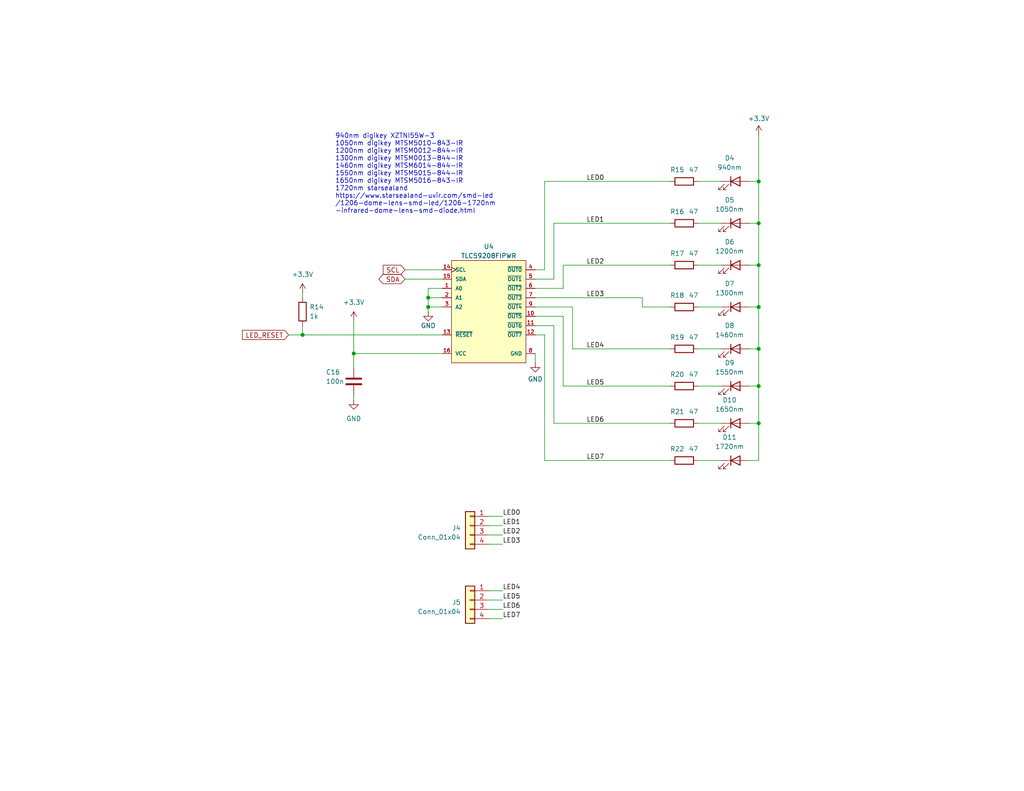
<source format=kicad_sch>
(kicad_sch (version 20250114) (generator "eeschema") (generator_version "9.0")
  (paper "A")
  (title_block (title "Development Board") (date "2025-05-14") (rev "2.3.1B") (company "Plastic Scanner"))
  (lib_symbols
    (symbol "Connector_Generic:Conn_01x04" (pin_names (offset 1.016) (hide yes))
      (property "Reference" "J" (at 0 5.08 0))
      (property "Value" "Conn_01x04" (at 0 -7.62 0))
      (symbol "Conn_01x04_1_1"
        (rectangle (start -1.27 3.81) (end 1.27 -6.35) (stroke (width 0.254)) (fill (type background)))
        (rectangle (start -1.27 2.667) (end 0 2.413) (stroke (width 0.1524)))
        (rectangle (start -1.27 0.127) (end 0 -0.127) (stroke (width 0.1524)))
        (rectangle (start -1.27 -2.413) (end 0 -2.667) (stroke (width 0.1524)))
        (rectangle (start -1.27 -4.953) (end 0 -5.207) (stroke (width 0.1524)))
        (pin passive line (at -5.08 2.54 0) (length 3.81) (name "Pin_1") (number "1"))
        (pin passive line (at -5.08 0 0) (length 3.81) (name "Pin_2") (number "2"))
        (pin passive line (at -5.08 -2.54 0) (length 3.81) (name "Pin_3") (number "3"))
        (pin passive line (at -5.08 -5.08 0) (length 3.81) (name "Pin_4") (number "4"))
      )
    )
    (symbol "Device:C" (pin_numbers (hide yes)) (pin_names (offset 0.254))
      (property "Reference" "C" (at 0.635 2.54 0))
      (property "Value" "C" (at 0.635 -2.54 0))
      (symbol "C_0_1"
        (polyline (pts (xy -2.032 0.762) (xy 2.032 0.762)) (stroke (width 0.508)))
        (polyline (pts (xy -2.032 -0.762) (xy 2.032 -0.762)) (stroke (width 0.508)))
      )
      (symbol "C_1_1"
        (pin passive line (at 0 3.81 270) (length 2.794) (name "~") (number "1"))
        (pin passive line (at 0 -3.81 90) (length 2.794) (name "~") (number "2"))
      )
    )
    (symbol "Device:LED" (pin_numbers (hide yes)) (pin_names (offset 1.016) (hide yes))
      (property "Reference" "D" (at 0 2.54 0))
      (property "Value" "LED" (at 0 -2.54 0))
      (symbol "LED_0_1"
        (polyline (pts (xy -3.048 -0.762) (xy -4.572 -2.286) (xy -3.81 -2.286) (xy -4.572 -2.286) (xy -4.572 -1.524)))
        (polyline (pts (xy -1.778 -0.762) (xy -3.302 -2.286) (xy -2.54 -2.286) (xy -3.302 -2.286) (xy -3.302 -1.524)))
        (polyline (pts (xy -1.27 0) (xy 1.27 0)))
        (polyline (pts (xy -1.27 -1.27) (xy -1.27 1.27)) (stroke (width 0.254)))
        (polyline (pts (xy 1.27 -1.27) (xy 1.27 1.27) (xy -1.27 0) (xy 1.27 -1.27)) (stroke (width 0.254)))
      )
      (symbol "LED_1_1"
        (pin passive line (at -3.81 0 0) (length 2.54) (name "K") (number "1"))
        (pin passive line (at 3.81 0 180) (length 2.54) (name "A") (number "2"))
      )
    )
    (symbol "Device:R" (pin_numbers (hide yes)) (pin_names (offset 0))
      (property "Reference" "R" (at 2.032 0 90))
      (property "Value" "R" (at 0 0 90))
      (symbol "R_0_1"
        (rectangle (start -1.016 -2.54) (end 1.016 2.54) (stroke (width 0.254)))
      )
      (symbol "R_1_1"
        (pin passive line (at 0 3.81 270) (length 1.27) (name "~") (number "1"))
        (pin passive line (at 0 -3.81 90) (length 1.27) (name "~") (number "2"))
      )
    )
    (symbol "TLC59208:TLC59208FIPWR" (pin_names (offset 1.016))
      (property "Reference" "U" (at 0 5.08 0))
      (property "Value" "TLC59208FIPWR" (at 0 7.62 0))
      (symbol "TLC59208FIPWR_1_1"
        (rectangle (start 5.08 2.54) (end 25.4 -25.4) (fill (type background)))
        (pin input clock (at 2.54 0 0) (length 2.54) (name "SCL") (number "14"))
        (pin bidirectional line (at 2.54 -2.54 0) (length 2.54) (name "SDA") (number "15"))
        (pin input line (at 2.54 -5.08 0) (length 2.54) (name "A0") (number "1"))
        (pin input line (at 2.54 -7.62 0) (length 2.54) (name "A1") (number "2"))
        (pin input line (at 2.54 -10.16 0) (length 2.54) (name "A2") (number "3"))
        (pin input line (at 2.54 -17.78 0) (length 2.54) (name "~{RESET}") (number "13"))
        (pin power_in line (at 2.54 -22.86 0) (length 2.54) (name "VCC") (number "16"))
        (pin open_collector line (at 27.94 0 180) (length 2.54) (name "~{OUT0}") (number "4"))
        (pin open_collector line (at 27.94 -2.54 180) (length 2.54) (name "~{OUT1}") (number "5"))
        (pin open_collector line (at 27.94 -5.08 180) (length 2.54) (name "~{OUT2}") (number "6"))
        (pin open_collector line (at 27.94 -7.62 180) (length 2.54) (name "~{OUT3}") (number "7"))
        (pin open_collector line (at 27.94 -10.16 180) (length 2.54) (name "~{OUT4}") (number "9"))
        (pin open_collector line (at 27.94 -12.7 180) (length 2.54) (name "~{OUT5}") (number "10"))
        (pin open_collector line (at 27.94 -15.24 180) (length 2.54) (name "~{OUT6}") (number "11"))
        (pin open_collector line (at 27.94 -17.78 180) (length 2.54) (name "~{OUT7}") (number "12"))
        (pin power_in line (at 27.94 -22.86 180) (length 2.54) (name "GND") (number "8"))
      )
    )
    (symbol "power:+3.3V" (power) (pin_numbers (hide yes)) (pin_names (offset 0) (hide yes))
      (property "Value" "+3.3V" (at 0 3.556 0))
      (symbol "+3.3V_0_1"
        (polyline (pts (xy -0.762 1.27) (xy 0 2.54)))
        (polyline (pts (xy 0 2.54) (xy 0.762 1.27)))
        (polyline (pts (xy 0 0) (xy 0 2.54)))
      )
      (symbol "+3.3V_1_1"
        (pin power_in line (at 0 0 90) (length 0) (name "~") (number "1"))
      )
    )
    (symbol "power:GND" (power) (pin_numbers (hide yes)) (pin_names (offset 0) (hide yes))
      (property "Value" "GND" (at 0 -3.81 0))
      (symbol "GND_0_1"
        (polyline (pts (xy 0 0) (xy 0 -1.27) (xy 1.27 -1.27) (xy 0 -2.54) (xy -1.27 -1.27) (xy 0 -1.27)))
      )
      (symbol "GND_1_1"
        (pin power_in line (at 0 0 270) (length 0) (name "~") (number "1"))
      )
    )
  )
  (text "940nm digikey XZTNI55W-3\n1050nm digikey MTSM5010-843-IR\n1200nm digikey MTSM0012-844-IR\n1300nm digikey MTSM0013-844-IR\n1460nm digikey MTSM6014-844-IR\n1550nm digikey MTSM5015-844-IR\n1650nm digikey MTSM5016-843-IR\n1720nm starsealand \nhttps://www.starsealand-uvir.com/smd-led\n/1206-dome-lens-smd-led/1206-1720nm\n-infrared-dome-lens-smd-diode.html\n" (at 91.44 58.42 0) (effects (font (size 1.27 1.27)) (justify left bottom)))
  (junction (at 96.52 96.52))
  (junction (at 207.01 105.41))
  (junction (at 207.01 49.53))
  (junction (at 116.84 83.82))
  (junction (at 207.01 83.82))
  (junction (at 207.01 60.96))
  (junction (at 207.01 72.39))
  (junction (at 82.55 91.44))
  (junction (at 207.01 115.57))
  (junction (at 116.84 81.28))
  (junction (at 207.01 95.25))
  (wire (pts (xy 207.01 95.25) (xy 207.01 83.82)))
  (wire (pts (xy 207.01 105.41) (xy 207.01 95.25)))
  (wire (pts (xy 146.05 78.74) (xy 153.67 78.74)))
  (wire (pts (xy 207.01 49.53) (xy 204.47 49.53)))
  (wire (pts (xy 137.16 166.37) (xy 133.35 166.37)))
  (wire (pts (xy 190.5 115.57) (xy 196.85 115.57)))
  (wire (pts (xy 146.05 96.52) (xy 146.05 99.06)))
  (wire (pts (xy 190.5 125.73) (xy 196.85 125.73)))
  (wire (pts (xy 116.84 78.74) (xy 116.84 81.28)))
  (wire (pts (xy 116.84 83.82) (xy 120.65 83.82)))
  (wire (pts (xy 156.21 95.25) (xy 156.21 83.82)))
  (wire (pts (xy 137.16 161.29) (xy 133.35 161.29)))
  (wire (pts (xy 151.13 60.96) (xy 182.88 60.96)))
  (wire (pts (xy 137.16 146.05) (xy 133.35 146.05)))
  (wire (pts (xy 137.16 143.51) (xy 133.35 143.51)))
  (wire (pts (xy 148.59 49.53) (xy 182.88 49.53)))
  (wire (pts (xy 120.65 78.74) (xy 116.84 78.74)))
  (wire (pts (xy 148.59 125.73) (xy 182.88 125.73)))
  (wire (pts (xy 146.05 76.2) (xy 151.13 76.2)))
  (wire (pts (xy 116.84 81.28) (xy 116.84 83.82)))
  (wire (pts (xy 175.26 81.28) (xy 175.26 83.82)))
  (wire (pts (xy 148.59 73.66) (xy 146.05 73.66)))
  (wire (pts (xy 146.05 86.36) (xy 153.67 86.36)))
  (wire (pts (xy 151.13 115.57) (xy 151.13 88.9)))
  (wire (pts (xy 151.13 115.57) (xy 182.88 115.57)))
  (wire (pts (xy 116.84 83.82) (xy 116.84 85.09)))
  (wire (pts (xy 190.5 105.41) (xy 196.85 105.41)))
  (wire (pts (xy 207.01 60.96) (xy 207.01 49.53)))
  (wire (pts (xy 146.05 83.82) (xy 156.21 83.82)))
  (wire (pts (xy 82.55 91.44) (xy 120.65 91.44)))
  (wire (pts (xy 207.01 115.57) (xy 204.47 115.57)))
  (wire (pts (xy 110.49 73.66) (xy 120.65 73.66)))
  (wire (pts (xy 207.01 36.83) (xy 207.01 49.53)))
  (wire (pts (xy 78.74 91.44) (xy 82.55 91.44)))
  (wire (pts (xy 175.26 83.82) (xy 182.88 83.82)))
  (wire (pts (xy 207.01 125.73) (xy 207.01 115.57)))
  (wire (pts (xy 153.67 78.74) (xy 153.67 72.39)))
  (wire (pts (xy 153.67 105.41) (xy 153.67 86.36)))
  (wire (pts (xy 96.52 107.95) (xy 96.52 109.22)))
  (wire (pts (xy 207.01 60.96) (xy 204.47 60.96)))
  (wire (pts (xy 207.01 83.82) (xy 207.01 72.39)))
  (wire (pts (xy 190.5 60.96) (xy 196.85 60.96)))
  (wire (pts (xy 148.59 125.73) (xy 148.59 91.44)))
  (wire (pts (xy 207.01 125.73) (xy 204.47 125.73)))
  (wire (pts (xy 190.5 95.25) (xy 196.85 95.25)))
  (wire (pts (xy 146.05 88.9) (xy 151.13 88.9)))
  (wire (pts (xy 153.67 105.41) (xy 182.88 105.41)))
  (wire (pts (xy 207.01 105.41) (xy 204.47 105.41)))
  (wire (pts (xy 137.16 168.91) (xy 133.35 168.91)))
  (wire (pts (xy 190.5 83.82) (xy 196.85 83.82)))
  (wire (pts (xy 148.59 91.44) (xy 146.05 91.44)))
  (wire (pts (xy 120.65 96.52) (xy 96.52 96.52)))
  (wire (pts (xy 96.52 87.63) (xy 96.52 96.52)))
  (wire (pts (xy 120.65 81.28) (xy 116.84 81.28)))
  (wire (pts (xy 207.01 95.25) (xy 204.47 95.25)))
  (wire (pts (xy 96.52 96.52) (xy 96.52 100.33)))
  (wire (pts (xy 156.21 95.25) (xy 182.88 95.25)))
  (wire (pts (xy 137.16 163.83) (xy 133.35 163.83)))
  (wire (pts (xy 82.55 80.01) (xy 82.55 81.28)))
  (wire (pts (xy 137.16 140.97) (xy 133.35 140.97)))
  (wire (pts (xy 190.5 49.53) (xy 196.85 49.53)))
  (wire (pts (xy 82.55 88.9) (xy 82.55 91.44)))
  (wire (pts (xy 153.67 72.39) (xy 182.88 72.39)))
  (wire (pts (xy 207.01 72.39) (xy 204.47 72.39)))
  (wire (pts (xy 148.59 49.53) (xy 148.59 73.66)))
  (wire (pts (xy 110.49 76.2) (xy 120.65 76.2)))
  (wire (pts (xy 207.01 72.39) (xy 207.01 60.96)))
  (wire (pts (xy 146.05 81.28) (xy 175.26 81.28)))
  (wire (pts (xy 151.13 60.96) (xy 151.13 76.2)))
  (wire (pts (xy 137.16 148.59) (xy 133.35 148.59)))
  (wire (pts (xy 190.5 72.39) (xy 196.85 72.39)))
  (wire (pts (xy 207.01 83.82) (xy 204.47 83.82)))
  (wire (pts (xy 207.01 115.57) (xy 207.01 105.41)))
  (label "LED2" (at 137.16 146.05 0))
  (label "LED3" (at 137.16 148.59 0))
  (label "LED2" (at 160.02 72.39 0))
  (label "LED1" (at 137.16 143.51 0))
  (label "LED0" (at 160.02 49.53 0))
  (label "LED6" (at 160.02 115.57 0))
  (label "LED6" (at 137.16 166.37 0))
  (label "LED7" (at 160.02 125.73 0))
  (label "LED4" (at 160.02 95.25 0))
  (label "LED0" (at 137.16 140.97 0))
  (label "LED5" (at 137.16 163.83 0))
  (label "LED7" (at 137.16 168.91 0))
  (label "LED1" (at 160.02 60.96 0))
  (label "LED3" (at 160.02 81.28 0))
  (label "LED4" (at 137.16 161.29 0))
  (label "LED5" (at 160.02 105.41 0))
  (global_label "LED_RESET" (shape input) (at 78.74 91.44 180) (property "Intersheetrefs" "${INTERSHEET_REFS}" (effects (hide yes))))
  (global_label "SCL" (shape input) (at 110.49 73.66 180) (property "Intersheetrefs" "${INTERSHEET_REFS}" (effects (hide yes))))
  (global_label "SDA" (shape bidirectional) (at 110.49 76.2 180) (property "Intersheetrefs" "${INTERSHEET_REFS}" (effects (hide yes))))
  (symbol (lib_id "Device:LED") (at 200.66 95.25 0) (unit 1)
    (property "Reference" "D8" (at 199.0725 88.9 0))
    (property "Value" "1460nm" (at 199.0725 91.44 0))
    (property "Footprint" "LED_SMD:LED_1206_3216Metric_Pad1.42x1.75mm_HandSolder" (effects (hide yes)))
    (property "Datasheet" "https://marktechopto.com/pdf/products/DataSheet/MTSM0013-844-IR.pdf" (effects (hide yes)))
  )
  (symbol (lib_id "Device:R") (at 186.69 125.73 90) (unit 1)
    (property "Reference" "R22" (at 184.785 122.555 90))
    (property "Value" "47" (at 189.23 122.555 90))
    (property "Footprint" "Resistor_SMD:R_0805_2012Metric_Pad1.20x1.40mm_HandSolder" (effects (hide yes)))
  )
  (symbol (lib_id "TLC59208:TLC59208FIPWR") (at 118.11 73.66 0) (unit 1)
    (property "Reference" "U4" (at 133.35 67.31 0))
    (property "Value" "TLC59208FIPWR" (at 133.35 69.85 0))
    (property "Footprint" "TLC59208:Texas_Instruments-TLC59208FIPWR-Level_A" (effects (hide yes)))
    (property "Datasheet" "http://www.ti.com/general/docs/lit/getliterature.tsp?genericPartNumber=TLC59208F&fileType=pdf" (effects (hide yes)))
    (property "Code  JEDEC" "MO-153" (effects (hide yes)))
    (property "Component Link 1 Description" "Manufacturer URL" (effects (hide yes)))
    (property "Component Link 1 URL" "http://www.ti.com/" (effects (hide yes)))
    (property "Component Link 3 Description" "Package Specification" (effects (hide yes)))
    (property "Component Link 3 URL" "http://www.ti.com/lit/ml/mpds361/mpds361.pdf" (effects (hide yes)))
    (property "Datasheet Version" "SCLS715" (effects (hide yes)))
    (property "Iout Max A" "0.05" (effects (hide yes)))
    (property "Mounting Technology" "Surface Mount" (effects (hide yes)))
    (property "Package Description" "16-Pin Plastic Small Outline, Body 4.40 x 5.00 mm, Pitch 0.65 mm" (effects (hide yes)))
    (property "Package Version" "4040064-4/G" (effects (hide yes)))
    (property "Sub Family" "LED Driver" (effects (hide yes)))
    (property "Vin Max V" "5.5" (effects (hide yes)))
    (property "Vin Min V" "3" (effects (hide yes)))
    (property "category" "IC" (effects (hide yes)))
    (property "ciiva ids" "1426985" (effects (hide yes)))
    (property "library id" "9bf7f104929dd8ed" (effects (hide yes)))
    (property "manufacturer" "Texas Instruments" (effects (hide yes)))
    (property "package" "PW0016A" (effects (hide yes)))
    (property "release date" "1464576871" (effects (hide yes)))
    (property "rohs" "Yes" (effects (hide yes)))
    (property "vault revision" "C0AC1098-4EF5-4502-9510-91D6A29A40EB" (effects (hide yes)))
    (property "imported" "yes" (effects (hide yes)))
  )
  (symbol (lib_id "Device:R") (at 186.69 60.96 90) (unit 1)
    (property "Reference" "R16" (at 184.785 57.785 90))
    (property "Value" "47" (at 189.23 57.785 90))
    (property "Footprint" "Resistor_SMD:R_0805_2012Metric_Pad1.20x1.40mm_HandSolder" (effects (hide yes)))
  )
  (symbol (lib_id "Connector_Generic:Conn_01x04") (at 128.27 163.83 0) (mirror y) (unit 1)
    (property "Reference" "J5" (at 125.73 164.465 0) (effects (justify left)))
    (property "Value" "Conn_01x04" (at 125.73 167.005 0) (effects (justify left)))
    (property "Footprint" "Connector_PinSocket_2.54mm:PinSocket_1x04_P2.54mm_Vertical" (effects (hide yes)))
  )
  (symbol (lib_id "Device:R") (at 82.55 85.09 180) (unit 1)
    (property "Reference" "R14" (at 84.455 83.8199 0) (effects (justify right)))
    (property "Value" "1k" (at 84.455 86.3599 0) (effects (justify right)))
    (property "Footprint" "Resistor_SMD:R_0805_2012Metric_Pad1.20x1.40mm_HandSolder" (effects (hide yes)))
  )
  (symbol (lib_id "power:+3.3V") (at 82.55 80.01 0) (unit 1)
    (property "Reference" "#PWR31" (effects (hide yes)))
    (property "Value" "+3.3V" (at 82.55 74.93 0))
    (property "Description" "Power symbol creates a global label with name \"+3.3V\"" (effects (hide yes)))
  )
  (symbol (lib_id "Device:C") (at 96.52 104.14 0) (unit 1)
    (property "Reference" "C16" (at 88.9 101.6 0) (effects (justify left)))
    (property "Value" "100n" (at 88.9 104.14 0) (effects (justify left)))
    (property "Footprint" "Capacitor_SMD:C_0805_2012Metric_Pad1.18x1.45mm_HandSolder" (effects (hide yes)))
  )
  (symbol (lib_id "Device:LED") (at 200.66 105.41 0) (unit 1)
    (property "Reference" "D9" (at 199.0725 99.06 0))
    (property "Value" "1550nm" (at 199.0725 101.6 0))
    (property "Footprint" "LED_SMD:LED_1206_3216Metric_Pad1.42x1.75mm_HandSolder" (effects (hide yes)))
    (property "Datasheet" "https://marktechopto.com/pdf/products/datasheet/MTSM6014-844-IR.pdf" (effects (hide yes)))
  )
  (symbol (lib_id "power:GND") (at 116.84 85.09 0) (unit 1)
    (property "Reference" "#PWR10" (effects (hide yes)))
    (property "Value" "GND" (at 116.84 88.9 0))
    (property "Description" "Power symbol creates a global label with name \"GND\" , ground" (effects (hide yes)))
  )
  (symbol (lib_id "Device:LED") (at 200.66 49.53 0) (unit 1)
    (property "Reference" "D4" (at 199.0725 43.18 0))
    (property "Value" "940nm" (at 199.0725 45.72 0))
    (property "Footprint" "LED_SMD:LED_1206_3216Metric_Pad1.42x1.75mm_HandSolder" (effects (hide yes)))
    (property "Datasheet" "https://nl.rs-online.com/web/p/ir-leds/1736298/" (effects (hide yes)))
  )
  (symbol (lib_id "power:GND") (at 96.52 109.22 0) (unit 1)
    (property "Reference" "#PWR28" (effects (hide yes)))
    (property "Value" "GND" (at 96.52 114.3 0))
    (property "Description" "Power symbol creates a global label with name \"GND\" , ground" (effects (hide yes)))
  )
  (symbol (lib_id "Device:LED") (at 200.66 83.82 0) (unit 1)
    (property "Reference" "D7" (at 199.0725 77.47 0))
    (property "Value" "1300nm" (at 199.0725 80.01 0))
    (property "Footprint" "LED_SMD:LED_1206_3216Metric_Pad1.42x1.75mm_HandSolder" (effects (hide yes)))
    (property "Datasheet" "https://www.marktechopto.com/pdf/products/datasheet/MTSM0012-843-IR.pdf" (effects (hide yes)))
  )
  (symbol (lib_id "Device:R") (at 186.69 49.53 90) (unit 1)
    (property "Reference" "R15" (at 184.785 46.355 90))
    (property "Value" "47" (at 189.23 46.355 90))
    (property "Footprint" "Resistor_SMD:R_0805_2012Metric_Pad1.20x1.40mm_HandSolder" (effects (hide yes)))
  )
  (symbol (lib_id "Device:R") (at 186.69 105.41 90) (unit 1)
    (property "Reference" "R20" (at 184.785 102.235 90))
    (property "Value" "47" (at 189.23 102.235 90))
    (property "Footprint" "Resistor_SMD:R_0805_2012Metric_Pad1.20x1.40mm_HandSolder" (effects (hide yes)))
  )
  (symbol (lib_id "Device:LED") (at 200.66 125.73 0) (unit 1)
    (property "Reference" "D11" (at 199.0725 119.38 0))
    (property "Value" "1720nm" (at 199.0725 121.92 0))
    (property "Footprint" "LED_SMD:LED_1206_3216Metric_Pad1.42x1.75mm_HandSolder" (effects (hide yes)))
    (property "Datasheet" "https://www.marktechopto.com/pdf/products/datasheet/MTSM5016-843-IR.pdf" (effects (hide yes)))
  )
  (symbol (lib_id "power:+3.3V") (at 207.01 36.83 0) (unit 1)
    (property "Reference" "#PWR30" (effects (hide yes)))
    (property "Value" "+3.3V" (at 207.01 32.385 0))
    (property "Description" "Power symbol creates a global label with name \"+3.3V\"" (effects (hide yes)))
  )
  (symbol (lib_id "Device:R") (at 186.69 95.25 90) (unit 1)
    (property "Reference" "R19" (at 184.785 92.075 90))
    (property "Value" "47" (at 189.23 92.075 90))
    (property "Footprint" "Resistor_SMD:R_0805_2012Metric_Pad1.20x1.40mm_HandSolder" (effects (hide yes)))
  )
  (symbol (lib_id "power:GND") (at 146.05 99.06 0) (unit 1)
    (property "Reference" "#PWR29" (effects (hide yes)))
    (property "Value" "GND" (at 146.05 103.505 0))
    (property "Description" "Power symbol creates a global label with name \"GND\" , ground" (effects (hide yes)))
  )
  (symbol (lib_id "Device:LED") (at 200.66 72.39 0) (unit 1)
    (property "Reference" "D6" (at 199.0725 66.04 0))
    (property "Value" "1200nm" (at 199.0725 68.58 0))
    (property "Footprint" "LED_SMD:LED_1206_3216Metric_Pad1.42x1.75mm_HandSolder" (effects (hide yes)))
    (property "Datasheet" "https://www.marktechopto.com/pdf/products/datasheet/MTSM5010-843-IR.pdf" (effects (hide yes)))
  )
  (symbol (lib_id "Connector_Generic:Conn_01x04") (at 128.27 143.51 0) (mirror y) (unit 1)
    (property "Reference" "J4" (at 125.73 144.145 0) (effects (justify left)))
    (property "Value" "Conn_01x04" (at 125.73 146.685 0) (effects (justify left)))
    (property "Footprint" "Connector_PinSocket_2.54mm:PinSocket_1x04_P2.54mm_Vertical" (effects (hide yes)))
  )
  (symbol (lib_id "Device:LED") (at 200.66 60.96 0) (unit 1)
    (property "Reference" "D5" (at 199.0725 54.61 0))
    (property "Value" "1050nm" (at 199.0725 57.15 0))
    (property "Footprint" "LED_SMD:LED_1206_3216Metric_Pad1.42x1.75mm_HandSolder" (effects (hide yes)))
    (property "Datasheet" "https://nl.rs-online.com/web/p/ir-leds/1736348" (effects (hide yes)))
  )
  (symbol (lib_id "Device:R") (at 186.69 115.57 90) (unit 1)
    (property "Reference" "R21" (at 184.785 112.395 90))
    (property "Value" "47" (at 189.23 112.395 90))
    (property "Footprint" "Resistor_SMD:R_0805_2012Metric_Pad1.20x1.40mm_HandSolder" (effects (hide yes)))
  )
  (symbol (lib_id "Device:R") (at 186.69 72.39 90) (unit 1)
    (property "Reference" "R17" (at 184.785 69.215 90))
    (property "Value" "47" (at 189.23 69.215 90))
    (property "Footprint" "Resistor_SMD:R_0805_2012Metric_Pad1.20x1.40mm_HandSolder" (effects (hide yes)))
  )
  (symbol (lib_id "power:+3.3V") (at 96.52 87.63 0) (unit 1)
    (property "Reference" "#PWR27" (effects (hide yes)))
    (property "Value" "+3.3V" (at 96.52 82.55 0))
    (property "Description" "Power symbol creates a global label with name \"+3.3V\"" (effects (hide yes)))
  )
  (symbol (lib_id "Device:R") (at 186.69 83.82 90) (unit 1)
    (property "Reference" "R18" (at 184.785 80.645 90))
    (property "Value" "47" (at 189.23 80.645 90))
    (property "Footprint" "Resistor_SMD:R_0805_2012Metric_Pad1.20x1.40mm_HandSolder" (effects (hide yes)))
  )
  (symbol (lib_id "Device:LED") (at 200.66 115.57 0) (unit 1)
    (property "Reference" "D10" (at 199.0725 109.22 0))
    (property "Value" "1650nm" (at 199.0725 111.76 0))
    (property "Footprint" "LED_SMD:LED_1206_3216Metric_Pad1.42x1.75mm_HandSolder" (effects (hide yes)))
    (property "Datasheet" "https://marktechopto.com/pdf/products/DataSheet/MTSM5015-844-IR,.pdf" (effects (hide yes)))
  )
)
</source>
